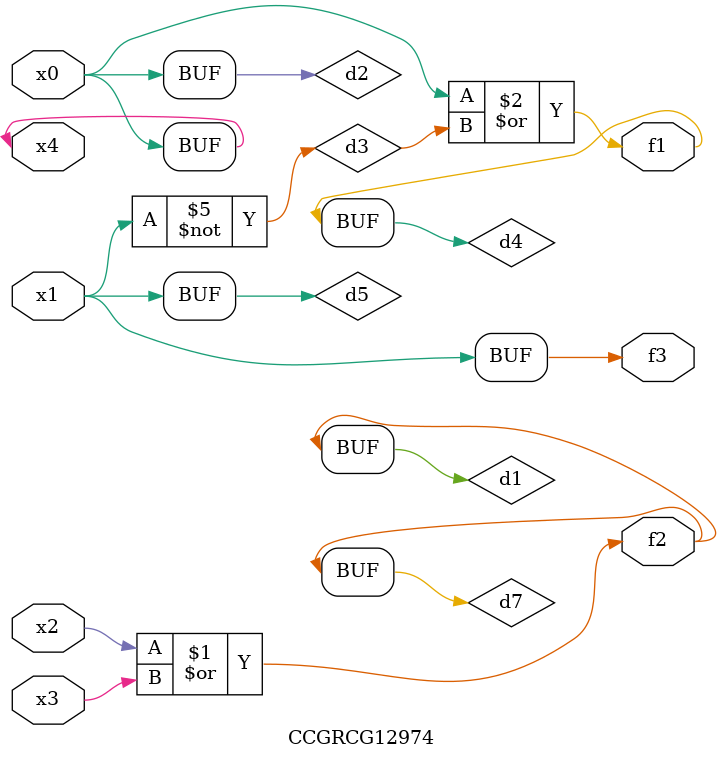
<source format=v>
module CCGRCG12974(
	input x0, x1, x2, x3, x4,
	output f1, f2, f3
);

	wire d1, d2, d3, d4, d5, d6, d7;

	or (d1, x2, x3);
	buf (d2, x0, x4);
	not (d3, x1);
	or (d4, d2, d3);
	not (d5, d3);
	nand (d6, d1, d3);
	or (d7, d1);
	assign f1 = d4;
	assign f2 = d7;
	assign f3 = d5;
endmodule

</source>
